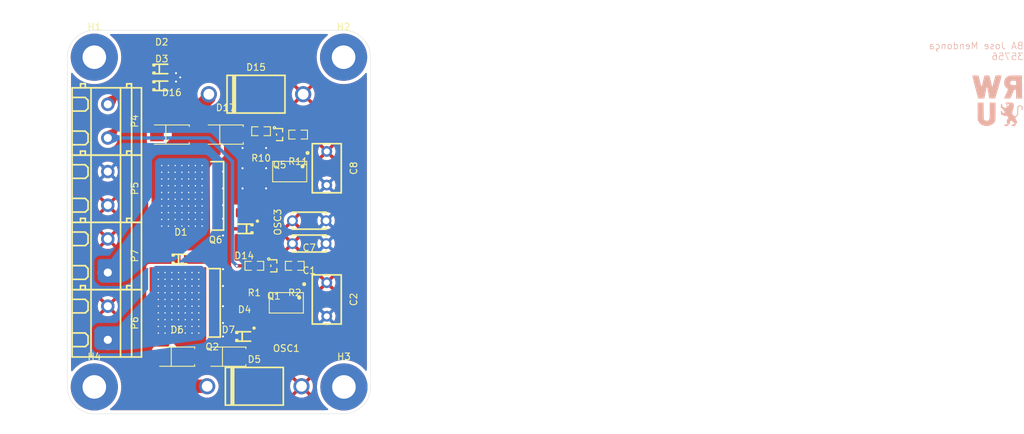
<source format=kicad_pcb>
(kicad_pcb (version 20241229) (generator "pcbnew") (generator_version "9.0")
  (layers (0 "F.Cu" signal) (2 "B.Cu" signal) (13 "F.Paste" user) (15 "B.Paste" user) (5 "F.SilkS" user "F.Silkscreen") (7 "B.SilkS" user "B.Silkscreen") (1 "F.Mask" user) (3 "B.Mask" user) (25 "Edge.Cuts" user))
  (net 0 "")
  (net 1 "VCC")
  (net 2 "GND")
  (net 3 "/Inj1-")
  (net 4 "/Inj2-")
  (net 5 "/Drv2")
  (net 6 "/Drv1")
  (net 7 "/driver1/mosfet_power")
  (net 8 "Net-(D5-K)")
  (net 9 "/driver2/mosfet_power")
  (net 10 "Net-(D15-K)")
  (net 11 "Net-(OSC1-IN)")
  (net 14 "Net-(OSC3-IN)")
  (net 15 "Net-(Q1-B)")
  (net 16 "Net-(Q5-B)")
  (footprint "EasyEDA:DO-27_BD5.2-L8.9-P12.90-D1.5-RD" (layer "F.Cu") (at 115.25 76.4)
    (property "Reference" "D5" (at 0 -4 0) (layer "F.SilkS"))
    (property "Value" "1N5338BRLG")
    (pad "1" thru_hole circle (at -7 0 180) (size 2.4 2.4) (drill 1.599997) (layers "*.Cu" "*.Mask") (net 8 "Net-(D5-K)"))
    (pad "2" thru_hole circle (at 7 0 180) (size 2.4 2.4) (drill 1.599997) (layers "*.Cu" "*.Mask") (net 1 "VCC"))
  )
  (footprint "EasyEDA:USC_L1.7-W1.3-LS2.5-R-RD" (layer "F.Cu") (at 104.35 57.5)
    (property "Reference" "D1" (at 0 -4 0) (layer "F.SilkS"))
    (property "Value" "DF2S6P2FU,H3F")
    (pad "1" smd rect (at 1.15 0 180) (size 0.7 0.5) (layers "F.Cu" "F.Mask" "F.Paste") (net 2 "GND"))
    (pad "2" smd rect (at -1.15 0 180) (size 0.7 0.5) (layers "F.Cu" "F.Mask" "F.Paste") (net 1 "VCC"))
  )
  (footprint "EasyEDA:CAP-TH_L7.3-W4.5-P5.00-D0.5" (layer "F.Cu") (at 126 63.5 -90)
    (property "Reference" "C2" (at 0 -4 90) (layer "F.SilkS"))
    (property "Value" "B32529C0105J289")
    (pad "1" thru_hole circle (at -2.5 0 270) (size 1.6 1.6) (drill 0.900024) (layers "*.Cu" "*.Mask") (net 1 "VCC"))
    (pad "2" thru_hole circle (at 2.5 0 270) (size 1.6 1.6) (drill 0.900024) (layers "*.Cu" "*.Mask") (net 2 "GND"))
  )
  (footprint "EasyEDA:SOIC-8_L4.9-W3.9-P1.27-LS6.0-BL" (layer "F.Cu") (at 120.5 44.5 180)
    (property "Reference" "OSC3" (at 1.77 -7.5 270) (layer "F.SilkS"))
    (property "Value" "MCP1406-E/P")
    (pad "1" smd oval (at -1.91 2.77 180) (size 0.59 2.05) (layers "F.Cu" "F.Mask" "F.Paste") (net 1 "VCC"))
    (pad "2" smd oval (at -0.63 2.77 180) (size 0.59 2.05) (layers "F.Cu" "F.Mask" "F.Paste") (net 14 "Net-(OSC3-IN)"))
    (pad "3" smd oval (at 0.63 2.77 180) (size 0.59 2.05) (layers "F.Cu" "F.Mask" "F.Paste"))
    (pad "4" smd oval (at 1.9 2.77 180) (size 0.59 2.05) (layers "F.Cu" "F.Mask" "F.Paste") (net 2 "GND"))
    (pad "5" smd oval (at 1.9 -2.77 180) (size 0.59 2.05) (layers "F.Cu" "F.Mask" "F.Paste") (net 2 "GND"))
    (pad "6" smd oval (at 0.63 -2.77 180) (size 0.59 2.05) (layers "F.Cu" "F.Mask" "F.Paste") (net 9 "/driver2/mosfet_power"))
    (pad "7" smd oval (at -0.63 -2.77 180) (size 0.59 2.05) (layers "F.Cu" "F.Mask" "F.Paste") (net 9 "/driver2/mosfet_power"))
    (pad "8" smd oval (at -1.91 -2.77 180) (size 0.59 2.05) (layers "F.Cu" "F.Mask" "F.Paste") (net 1 "VCC"))
  )
  (footprint "MountingHole:MountingHole_3.5mm_Pad" (layer "F.Cu") (at 91.5 27.5)
    (property "Reference" "H1" (at 0 -4.5 0) (layer "F.SilkS"))
    (property "Value" "MountingHole")
    (pad "1" thru_hole circle (at 0 0) (size 7 7) (drill 3.5) (layers "*.Cu" "*.Mask"))
  )
  (footprint "LOGO" (layer "F.Cu") (at 225.5 33.5)
    (property "Reference" "G***" (hide yes))
    (property "Value" "LOGO" (hide yes))
  )
  (footprint "EasyEDA:CONN-TH_2P-P5.00_WJ128V-5.0-2P" (layer "F.Cu") (at 93.5 37 -90)
    (property "Reference" "P4" (at 0 -4 90) (layer "F.SilkS"))
    (property "Value" "WJ128V-5.0-2P")
    (pad "1" thru_hole circle (at -2.5 0 270) (size 2 2) (drill 1.199896) (layers "*.Cu" "*.Mask") (net 5 "/Drv2"))
    (pad "2" thru_hole circle (at 2.5 0 270) (size 2 2) (drill 1.199896) (layers "*.Cu" "*.Mask") (net 6 "/Drv1") (thermal_gap 0))
  )
  (footprint "EasyEDA:CAP-TH_L5.0-W2.5-P5.00-D1.0" (layer "F.Cu") (at 123.4 55.2 180)
    (property "Reference" "C1" (at 0 -4 0) (layer "F.SilkS"))
    (property "Value" "CC1H104MC1FD3F6C10MF")
    (pad "1" thru_hole circle (at -2.5 0 180) (size 1.6 1.6) (drill 0.999998) (layers "*.Cu" "*.Mask") (net 2 "GND"))
    (pad "2" thru_hole circle (at 2.5 0 180) (size 1.6 1.6) (drill 0.999998) (layers "*.Cu" "*.Mask") (net 1 "VCC"))
  )
  (footprint "EasyEDA:USC_L1.7-W1.3-LS2.5-R-RD" (layer "F.Cu") (at 113.8 69)
    (property "Reference" "D4" (at 0 -4 0) (layer "F.SilkS"))
    (property "Value" "DF2S6P2FU,H3F")
    (pad "1" smd rect (at 1.15 0 180) (size 0.7 0.5) (layers "F.Cu" "F.Mask" "F.Paste") (net 2 "GND"))
    (pad "2" smd rect (at -1.15 0 180) (size 0.7 0.5) (layers "F.Cu" "F.Mask" "F.Paste") (net 7 "/driver1/mosfet_power"))
  )
  (footprint "EasyEDA:TO-263-2_L10.0-W9.1-P5.08-LS15.2-TL" (layer "F.Cu") (at 109 64 180)
    (property "Reference" "Q2" (at 0 -6.54 0) (layer "F.SilkS"))
    (property "Value" "IRFZ44NSTRLPBF")
    (pad "1" smd rect (at -5.09 -2.54 180) (size 4 1.3) (layers "F.Cu" "F.Mask" "F.Paste") (net 7 "/driver1/mosfet_power"))
    (pad "3" smd rect (at -5.09 2.54 180) (size 4 1.3) (layers "F.Cu" "F.Mask" "F.Paste") (net 2 "GND"))
    (pad "4" thru_hole circle (at 2 -4.5 180) (size 0.5 0.5) (drill 0.2) (layers "*.Cu" "*.Mask") (net 3 "/Inj1-"))
    (pad "4" thru_hole circle (at 2 -3.5 180) (size 0.5 0.5) (drill 0.2) (layers "*.Cu" "*.Mask") (net 3 "/Inj1-"))
    (pad "4" thru_hole circle (at 2 -2.5 180) (size 0.5 0.5) (drill 0.2) (layers "*.Cu" "*.Mask") (net 3 "/Inj1-"))
    (pad "4" thru_hole circle (at 2 -1.5 180) (size 0.5 0.5) (drill 0.2) (layers "*.Cu" "*.Mask") (net 3 "/Inj1-"))
    (pad "4" thru_hole circle (at 2 -0.5 180) (size 0.5 0.5) (drill 0.2) (layers "*.Cu" "*.Mask") (net 3 "/Inj1-"))
    (pad "4" thru_hole circle (at 2 0.5 180) (size 0.5 0.5) (drill 0.2) (layers "*.Cu" "*.Mask") (net 3 "/Inj1-"))
    (pad "4" thru_hole circle (at 2 1.5 180) (size 0.5 0.5) (drill 0.2) (layers "*.Cu" "*.Mask") (net 3 "/Inj1-"))
    (pad "4" thru_hole circle (at 2 2.5 180) (size 0.5 0.5) (drill 0.2) (layers "*.Cu" "*.Mask") (net 3 "/Inj1-"))
    (pad "4" thru_hole circle (at 2 3.5 180) (size 0.5 0.5) (drill 0.2) (layers "*.Cu" "*.Mask") (net 3 "/Inj1-"))
    (pad "4" thru_hole circle (at 2 4.5 180) (size 0.5 0.5) (drill 0.2) (layers "*.Cu" "*.Mask") (net 3 "/Inj1-"))
    (pad "4" thru_hole circle (at 3 -4.5 180) (size 0.5 0.5) (drill 0.2) (layers "*.Cu" "*.Mask") (net 3 "/Inj1-"))
    (pad "4" thru_hole circle (at 3 -3.5 180) (size 0.5 0.5) (drill 0.2) (layers "*.Cu" "*.Mask") (net 3 "/Inj1-"))
    (pad "4" thru_hole circle (at 3 -2.5 180) (size 0.5 0.5) (drill 0.2) (layers "*.Cu" "*.Mask") (net 3 "/Inj1-"))
    (pad "4" thru_hole circle (at 3 -1.5 180) (size 0.5 0.5) (drill 0.2) (layers "*.Cu" "*.Mask") (net 3 "/Inj1-"))
    (pad "4" thru_hole circle (at 3 -0.5 180) (size 0.5 0.5) (drill 0.2) (layers "*.Cu" "*.Mask") (net 3 "/Inj1-"))
    (pad "4" thru_hole circle (at 3 0.5 180) (size 0.5 0.5) (drill 0.2) (layers "*.Cu" "*.Mask") (net 3 "/Inj1-"))
    (pad "4" thru_hole circle (at 3 1.5 180) (size 0.5 0.5) (drill 0.2) (layers "*.Cu" "*.Mask") (net 3 "/Inj1-"))
    (pad "4" thru_hole circle (at 3 2.5 180) (size 0.5 0.5) (drill 0.2) (layers "*.Cu" "*.Mask") (net 3 "/Inj1-"))
    (pad "4" thru_hole circle (at 3 3.5 180) (size 0.5 0.5) (drill 0.2) (layers "*.Cu" "*.Mask") (net 3 "/Inj1-"))
    (pad "4" thru_hole circle (at 3 4.5 180) (size 0.5 0.5) (drill 0.2) (layers "*.Cu" "*.Mask") (net 3 "/Inj1-"))
    (pad "4" thru_hole circle (at 4 -4.5 180) (size 0.5 0.5) (drill 0.2) (layers "*.Cu" "*.Mask") (net 3 "/Inj1-"))
    (pad "4" thru_hole circle (at 4 -3.5 180) (size 0.5 0.5) (drill 0.2) (layers "*.Cu" "*.Mask") (net 3 "/Inj1-"))
    (pad "4" thru_hole circle (at 4 -2.5 180) (size 0.5 0.5) (drill 0.2) (layers "*.Cu" "*.Mask") (net 3 "/Inj1-"))
    (pad "4" thru_hole circle (at 4 -1.5 180) (size 0.5 0.5) (drill 0.2) (layers "*.Cu" "*.Mask") (net 3 "/Inj1-"))
    (pad "4" thru_hole circle (at 4 -0.5 180) (size 0.5 0.5) (drill 0.2) (layers "*.Cu" "*.Mask") (net 3 "/Inj1-"))
    (pad "4" thru_hole circle (at 4 0.5 180) (size 0.5 0.5) (drill 0.2) (layers "*.Cu" "*.Mask") (net 3 "/Inj1-"))
    (pad "4" thru_hole circle (at 4 1.5 180) (size 0.5 0.5) (drill 0.2) (layers "*.Cu" "*.Mask") (net 3 "/Inj1-"))
    (pad "4" thru_hole circle (at 4 2.5 180) (size 0.5 0.5) (drill 0.2) (layers "*.Cu" "*.Mask") (net 3 "/Inj1-"))
    (pad "4" thru_hole circle (at 4 3.5 180) (size 0.5 0.5) (drill 0.2) (layers "*.Cu" "*.Mask") (net 3 "/Inj1-"))
    (pad "4" thru_hole circle (at 4 4.5 180) (size 0.5 0.5) (drill 0.2) (layers "*.Cu" "*.Mask") (net 3 "/Inj1-"))
    (pad "4" thru_hole circle (at 5 -4.5 180) (size 0.5 0.5) (drill 0.2) (layers "*.Cu" "*.Mask") (net 3 "/Inj1-"))
    (pad "4" thru_hole circle (at 5 -3.5 180) (size 0.5 0.5) (drill 0.2) (layers "*.Cu" "*.Mask") (net 3 "/Inj1-"))
    (pad "4" thru_hole circle (at 5 -2.5 180) (size 0.5 0.5) (drill 0.2) (layers "*.Cu" "*.Mask") (net 3 "/Inj1-"))
    (pad "4" thru_hole circle (at 5 -1.5 180) (size 0.5 0.5) (drill 0.2) (layers "*.Cu" "*.Mask") (net 3 "/Inj1-"))
    (pad "4" thru_hole circle (at 5 -0.5 180) (size 0.5 0.5) (drill 0.2) (layers "*.Cu" "*.Mask") (net 3 "/Inj1-"))
    (pad "4" thru_hole circle (at 5 0.5 180) (size 0.5 0.5) (drill 0.2) (layers "*.Cu" "*.Mask") (net 3 "/Inj1-"))
    (pad "4" thru_hole circle (at 5 1.5 180) (size 0.5 0.5) (drill 0.2) (layers "*.Cu" "*.Mask") (net 3 "/Inj1-"))
    (pad "4" thru_hole circle (at 5 2.5 180) (size 0.5 0.5) (drill 0.2) (layers "*.Cu" "*.Mask") (net 3 "/Inj1-"))
    (pad "4" thru_hole circle (at 5 3.5 180) (size 0.5 0.5) (drill 0.2) (layers "*.Cu" "*.Mask") (net 3 "/Inj1-"))
    (pad "4" thru_hole circle (at 5 4.5 180) (size 0.5 0.5) (drill 0.2) (layers "*.Cu" "*.Mask") (net 3 "/Inj1-"))
    (pad "4" smd rect (at 5.09 0 180) (size 8.4 10.57) (layers "F.Cu" "F.Mask" "F.Paste") (net 3 "/Inj1-"))
    (pad "4" thru_hole circle (at 6 -4.5 180) (size 0.5 0.5) (drill 0.2) (layers "*.Cu" "*.Mask") (net 3 "/Inj1-"))
    (pad "4" thru_hole circle (at 6 -3.5 180) (size 0.5 0.5) (drill 0.2) (layers "*.Cu" "*.Mask") (net 3 "/Inj1-"))
    (pad "4" thru_hole circle (at 6 -2.5 180) (size 0.5 0.5) (drill 0.2) (layers "*.Cu" "*.Mask") (net 3 "/Inj1-"))
    (pad "4" thru_hole circle (at 6 -1.5 180) (size 0.5 0.5) (drill 0.2) (layers "*.Cu" "*.Mask") (net 3 "/Inj1-"))
    (pad "4" thru_hole circle (at 6 -0.5 180) (size 0.5 0.5) (drill 0.2) (layers "*.Cu" "*.Mask") (net 3 "/Inj1-"))
    (pad "4" thru_hole circle (at 6 0.5 180) (size 0.5 0.5) (drill 0.2) (layers "*.Cu" "*.Mask") (net 3 "/Inj1-"))
    (pad "4" thru_hole circle (at 6 1.5 180) (size 0.5 0.5) (drill 0.2) (layers "*.Cu" "*.Mask") (net 3 "/Inj1-"))
    (pad "4" thru_hole circle (at 6 2.5 180) (size 0.5 0.5) (drill 0.2) (layers "*.Cu" "*.Mask") (net 3 "/Inj1-"))
    (pad "4" thru_hole circle (at 6 3.5 180) (size 0.5 0.5) (drill 0.2) (layers "*.Cu" "*.Mask") (net 3 "/Inj1-"))
    (pad "4" thru_hole circle (at 6 4.5 180) (size 0.5 0.5) (drill 0.2) (layers "*.Cu" "*.Mask") (net 3 "/Inj1-"))
    (pad "4" thru_hole circle (at 7 -4.5 180) (size 0.5 0.5) (drill 0.2) (layers "*.Cu" "*.Mask") (net 3 "/Inj1-"))
    (pad "4" thru_hole circle (at 7 -3.5 180) (size 0.5 0.5) (drill 0.2) (layers "*.Cu" "*.Mask") (net 3 "/Inj1-"))
    (pad "4" thru_hole circle (at 7 -2.5 180) (size 0.5 0.5) (drill 0.2) (layers "*.Cu" "*.Mask") (net 3 "/Inj1-"))
    (pad "4" thru_hole circle (at 7 -1.5 180) (size 0.5 0.5) (drill 0.2) (layers "*.Cu" "*.Mask") (net 3 "/Inj1-"))
    (pad "4" thru_hole circle (at 7 -0.5 180) (size 0.5 0.5) (drill 0.2) (layers "*.Cu" "*.Mask") (net 3 "/Inj1-"))
    (pad "4" thru_hole circle (at 7 0.5 180) (size 0.5 0.5) (drill 0.2) (layers "*.Cu" "*.Mask") (net 3 "/Inj1-"))
    (pad "4" thru_hole circle (at 7 1.5 180) (size 0.5 0.5) (drill 0.2) (layers "*.Cu" "*.Mask") (net 3 "/Inj1-"))
    (pad "4" thru_hole circle (at 7 2.5 180) (size 0.5 0.5) (drill 0.2) (layers "*.Cu" "*.Mask") (net 3 "/Inj1-"))
    (pad "4" thru_hole circle (at 7 3.5 180) (size 0.5 0.5) (drill 0.2) (layers "*.Cu" "*.Mask") (net 3 "/Inj1-"))
    (pad "4" thru_hole circle (at 7 4.5 180) (size 0.5 0.5) (drill 0.2) (layers "*.Cu" "*.Mask") (net 3 "/Inj1-"))
    (pad "4" thru_hole circle (at 8 -4.5 180) (size 0.5 0.5) (drill 0.2) (layers "*.Cu" "*.Mask") (net 3 "/Inj1-"))
    (pad "4" thru_hole circle (at 8 -3.5 180) (size 0.5 0.5) (drill 0.2) (layers "*.Cu" "*.Mask") (net 3 "/Inj1-"))
    (pad "4" thru_hole circle (at 8 -2.5 180) (size 0.5 0.5) (drill 0.2) (layers "*.Cu" "*.Mask") (net 3 "/Inj1-"))
    (pad "4" thru_hole circle (at 8 -1.5 180) (size 0.5 0.5) (drill 0.2) (layers "*.Cu" "*.Mask") (net 3 "/Inj1-"))
    (pad "4" thru_hole circle (at 8 -0.5 180) (size 0.5 0.5) (drill 0.2) (layers "*.Cu" "*.Mask") (net 3 "/Inj1-"))
    (pad "4" thru_hole circle (at 8 0.5 180) (size 0.5 0.5) (drill 0.2) (layers "*.Cu" "*.Mask") (net 3 "/Inj1-"))
    (pad "4" thru_hole circle (at 8 1.5 180) (size 0.5 0.5) (drill 0.2) (layers "*.Cu" "*.Mask") (net 3 "/Inj1-"))
    (pad "4" thru_hole circle (at 8 2.5 180) (size 0.5 0.5) (drill 0.2) (layers "*.Cu" "*.Mask") (net 3 "/Inj1-"))
    (pad "4" thru_hole circle (at 8 3.5 180) (size 0.5 0.5) (drill 0.2) (layers "*.Cu" "*.Mask") (net 3 "/Inj1-"))
    (pad "4" thru_hole circle (at 8 4.5 180) (size 0.5 0.5) (drill 0.2) (layers "*.Cu" "*.Mask") (net 3 "/Inj1-"))
  )
  (footprint "EasyEDA:R0603" (layer "F.Cu") (at 116.25 38.5 180)
    (property "Reference" "R10" (at 0 -4 0) (layer "F.SilkS"))
    (property "Value" "r=10k")
    (pad "1" smd rect (at -0.75 0 180) (size 0.81 0.86) (layers "F.Cu" "F.Mask" "F.Paste") (net 16 "Net-(Q5-B)"))
    (pad "2" smd rect (at 0.75 0 180) (size 0.81 0.86) (layers "F.Cu" "F.Mask" "F.Paste") (net 5 "/Drv2"))
  )
  (footprint "EasyEDA:USC_L1.7-W1.3-LS2.5-R-RD" (layer "F.Cu") (at 101.5 31.75)
    (property "Reference" "D3" (at 0 -4 0) (layer "F.SilkS"))
    (property "Value" "DF2S6P2FU,H3F")
    (pad "1" smd rect (at 1.15 0 180) (size 0.7 0.5) (layers "F.Cu" "F.Mask" "F.Paste") (net 2 "GND"))
    (pad "2" smd rect (at -1.15 0 180) (size 0.7 0.5) (layers "F.Cu" "F.Mask" "F.Paste") (net 6 "/Drv1"))
  )
  (footprint "EasyEDA:SMA_L4.3-W2.6-LS5.2-RD" (layer "F.Cu") (at 103.8 72)
    (property "Reference" "D6" (at 0 -4 0) (layer "F.SilkS"))
    (property "Value" "MRA4007T3G")
    (pad "1" smd rect (at -2.2 0 180) (size 2 2) (layers "F.Cu" "F.Mask" "F.Paste") (net 8 "Net-(D5-K)"))
    (pad "2" smd rect (at 2.2 0 180) (size 2 2) (layers "F.Cu" "F.Mask" "F.Paste") (net 3 "/Inj1-"))
  )
  (footprint "MountingHole:MountingHole_3.5mm_Pad" (layer "F.Cu") (at 91.5 76.5)
    (property "Reference" "H4" (at 0 -4.5 0) (layer "F.SilkS"))
    (property "Value" "MountingHole")
    (pad "1" thru_hole circle (at 0 0) (size 7 7) (drill 3.5) (layers "*.Cu" "*.Mask"))
  )
  (footprint "EasyEDA:SMA_L4.3-W2.6-LS5.2-RD" (layer "F.Cu") (at 103 39)
    (property "Reference" "D16" (at 0 -6.25 0) (layer "F.SilkS"))
    (property "Value" "MRA4007T3G")
    (pad "1" smd rect (at -2.2 0 180) (size 2 2) (layers "F.Cu" "F.Mask" "F.Paste") (net 10 "Net-(D15-K)"))
    (pad "2" smd rect (at 2.2 0 180) (size 2 2) (layers "F.Cu" "F.Mask" "F.Paste") (net 4 "/Inj2-"))
  )
  (footprint "EasyEDA:CAP-TH_L7.3-W4.5-P5.00-D0.5" (layer "F.Cu") (at 126 44 -90)
    (property "Reference" "C8" (at 0 -4 90) (layer "F.SilkS"))
    (property "Value" "B32529C0105J289")
    (pad "1" thru_hole circle (at -2.5 0 270) (size 1.6 1.6) (drill 0.900024) (layers "*.Cu" "*.Mask") (net 1 "VCC"))
    (pad "2" thru_hole circle (at 2.5 0 270) (size 1.6 1.6) (drill 0.900024) (layers "*.Cu" "*.Mask") (net 2 "GND"))
  )
  (footprint "EasyEDA:SMA_L4.3-W2.6-LS5.2-RD" (layer "F.Cu") (at 111 39)
    (property "Reference" "D17" (at 0 -4 0) (layer "F.SilkS"))
    (property "Value" "MRA4007T3G")
    (pad "1" smd rect (at -2.2 0 180) (size 2 2) (layers "F.Cu" "F.Mask" "F.Paste") (net 4 "/Inj2-"))
    (pad "2" smd rect (at 2.2 0 180) (size 2 2) (layers "F.Cu" "F.Mask" "F.Paste") (net 2 "GND"))
  )
  (footprint "EasyEDA:CONN-TH_2P-P5.00_WJ128V-5.0-2P" (layer "F.Cu") (at 93.5 47 -90)
    (property "Reference" "P5" (at 0 -4 90) (layer "F.SilkS"))
    (property "Value" "WJ128V-5.0-2P")
    (pad "1" thru_hole circle (at -2.5 0 270) (size 2 2) (drill 1.199896) (layers "*.Cu" "*.Mask") (net 2 "GND"))
    (pad "2" thru_hole circle (at 2.5 0 270) (size 2 2) (drill 1.199896) (layers "*.Cu" "*.Mask") (net 1 "VCC"))
  )
  (footprint "EasyEDA:CONN-TH_2P-P5.00_WJ128V-5.0-2P" (layer "F.Cu") (at 93.5 57 -90)
    (property "Reference" "P7" (at 0 -4 90) (layer "F.SilkS"))
    (property "Value" "WJ128V-5.0-2P")
    (pad "1" thru_hole circle (at -2.5 0 270) (size 2 2) (drill 1.199896) (layers "*.Cu" "*.Mask") (net 1 "VCC"))
    (pad "2" thru_hole circle (at 2.5 0 270) (size 2 2) (drill 1.199896) (layers "*.Cu" "*.Mask") (net 4 "/Inj2-"))
  )
  (footprint "EasyEDA:CAP-TH_L5.0-W2.5-P5.00-D1.0" (layer "F.Cu") (at 123.4 51.8 180)
    (property "Reference" "C7" (at 0 -4 0) (layer "F.SilkS"))
    (property "Value" "CC1H104MC1FD3F6C10MF")
    (pad "1" thru_hole circle (at -2.5 0 180) (size 1.6 1.6) (drill 0.999998) (layers "*.Cu" "*.Mask") (net 2 "GND"))
    (pad "2" thru_hole circle (at 2.5 0 180) (size 1.6 1.6) (drill 0.999998) (layers "*.Cu" "*.Mask") (net 1 "VCC"))
  )
  (footprint "EasyEDA:SOT-523-3_L1.6-W0.8-P1.00-LS1.6-BR" (layer "F.Cu") (at 119 39 180)
    (property "Reference" "Q5" (at 0 -4.5 0) (layer "F.SilkS"))
    (property "Value" "BC847BT-7-F")
    (pad "1" smd rect (at 0.65 0.5 270) (size 0.4 0.51) (layers "F.Cu" "F.Mask" "F.Paste") (net 16 "Net-(Q5-B)"))
    (pad "2" smd rect (at 0.65 -0.5 270) (size 0.4 0.51) (layers "F.Cu" "F.Mask" "F.Paste") (net 2 "GND"))
    (pad "3" smd rect (at -0.65 0 270) (size 0.4 0.51) (layers "F.Cu" "F.Mask" "F.Paste") (net 14 "Net-(OSC3-IN)"))
  )
  (footprint "EasyEDA:SOT-523-3_L1.6-W0.8-P1.00-LS1.6-BR" (layer "F.Cu") (at 118.15 58.5 180)
    (property "Reference" "Q1" (at 0 -4.5 0) (layer "F.SilkS"))
    (property "Value" "BC847BT-7-F")
    (pad "1" smd rect (at 0.65 0.5 270) (size 0.4 0.51) (layers "F.Cu" "F.Mask" "F.Paste") (net 15 "Net-(Q1-B)"))
    (pad "2" smd rect (at 0.65 -0.5 270) (size 0.4 0.51) (layers "F.Cu" "F.Mask" "F.Paste") (net 2 "GND"))
    (pad "3" smd rect (at -0.65 0 270) (size 0.4 0.51) (layers "F.Cu" "F.Mask" "F.Paste") (net 11 "Net-(OSC1-IN)"))
  )
  (footprint "EasyEDA:DO-27_BD5.2-L8.9-P12.90-D1.5-RD" (layer "F.Cu") (at 115.5 33)
    (property "Reference" "D15" (at 0 -4 0) (layer "F.SilkS"))
    (property "Value" "1N5338BRLG")
    (pad "1" thru_hole circle (at -7 0 180) (size 2.4 2.4) (drill 1.599997) (layers "*.Cu" "*.Mask") (net 10 "Net-(D15-K)"))
    (pad "2" thru_hole circle (at 7 0 180) (size 2.4 2.4) (drill 1.599997) (layers "*.Cu" "*.Mask") (net 1 "VCC"))
  )
  (footprint "EasyEDA:SMA_L4.3-W2.6-LS5.2-RD" (layer "F.Cu") (at 111.4 72)
    (property "Reference" "D7" (at 0 -4 0) (layer "F.SilkS"))
    (property "Value" "MRA4007T3G")
    (pad "1" smd rect (at -2.2 0 180) (size 2 2) (layers "F.Cu" "F.Mask" "F.Paste") (net 3 "/Inj1-"))
    (pad "2" smd rect (at 2.2 0 180) (size 2 2) (layers "F.Cu" "F.Mask" "F.Paste") (net 2 "GND"))
  )
  (footprint "EasyEDA:USC_L1.7-W1.3-LS2.5-R-RD" (layer "F.Cu") (at 113.75 53 180)
    (property "Reference" "D14" (at 0 -4 0) (layer "F.SilkS"))
    (property "Value" "DF2S6P2FU,H3F")
    (pad "1" smd rect (at 1.15 0) (size 0.7 0.5) (layers "F.Cu" "F.Mask" "F.Paste") (net 2 "GND"))
    (pad "2" smd rect (at -1.15 0) (size 0.7 0.5) (layers "F.Cu" "F.Mask" "F.Paste") (net 9 "/driver2/mosfet_power"))
  )
  (footprint "EasyEDA:R0603" (layer "F.Cu") (at 121.25 58.5 180)
    (property "Reference" "R2" (at 0 -4 0) (layer "F.SilkS"))
    (property "Value" "r=10k")
    (pad "1" smd rect (at -0.75 0 180) (size 0.81 0.86) (layers "F.Cu" "F.Mask" "F.Paste") (net 1 "VCC"))
    (pad "2" smd rect (at 0.75 0 180) (size 0.81 0.86) (layers "F.Cu" "F.Mask" "F.Paste") (net 11 "Net-(OSC1-IN)"))
  )
  (footprint "EasyEDA:R0603" (layer "F.Cu") (at 121.75 39 180)
    (property "Reference" "R11" (at 0 -4 0) (layer "F.SilkS"))
    (property "Value" "r=10k")
    (pad "1" smd rect (at -0.75 0 180) (size 0.81 0.86) (layers "F.Cu" "F.Mask" "F.Paste") (net 1 "VCC"))
    (pad "2" smd rect (at 0.75 0 180) (size 0.81 0.86) (layers "F.Cu" "F.Mask" "F.Paste") (net 14 "Net-(OSC3-IN)"))
  )
  (footprint "MountingHole:MountingHole_3.5mm_Pad" (layer "F.Cu") (at 128.549206 76.5)
    (property "Reference" "H3" (at 0 -4.5 0) (layer "F.SilkS"))
    (property "Value" "MountingHole")
    (pad "1" thru_hole circle (at 0 0) (size 7 7) (drill 3.5) (layers "*.Cu" "*.Mask"))
  )
  (footprint "EasyEDA:TO-263-2_L10.0-W9.1-P5.08-LS15.2-TL" (layer "F.Cu") (at 109.5 48.1 180)
    (property "Reference" "Q6" (at 0 -6.54 0) (layer "F.SilkS"))
    (property "Value" "IRFZ44NSTRLPBF")
    (pad "1" smd rect (at -5.09 -2.54 180) (size 4 1.3) (layers "F.Cu" "F.Mask" "F.Paste") (net 9 "/driver2/mosfet_power"))
    (pad "3" smd rect (at -5.09 2.54 180) (size 4 1.3) (layers "F.Cu" "F.Mask" "F.Paste") (net 2 "GND"))
    (pad "4" thru_hole circle (at 2 -4.5 180) (size 0.5 0.5) (drill 0.2) (layers "*.Cu" "*.Mask") (net 4 "/Inj2-"))
    (pad "4" thru_hole circle (at 2 -3.5 180) (size 0.5 0.5) (drill 0.2) (layers "*.Cu" "*.Mask") (net 4 "/Inj2-"))
    (pad "4" thru_hole circle (at 2 -2.5 180) (size 0.5 0.5) (drill 0.2) (layers "*.Cu" "*.Mask") (net 4 "/Inj2-"))
    (pad "4" thru_hole circle (at 2 -1.5 180) (size 0.5 0.5) (drill 0.2) (layers "*.Cu" "*.Mask") (net 4 "/Inj2-"))
    (pad "4" thru_hole circle (at 2 -0.5 180) (size 0.5 0.5) (drill 0.2) (layers "*.Cu" "*.Mask") (net 4 "/Inj2-"))
    (pad "4" thru_hole circle (at 2 0.5 180) (size 0.5 0.5) (drill 0.2) (layers "*.Cu" "*.Mask") (net 4 "/Inj2-"))
    (pad "4" thru_hole circle (at 2 1.5 180) (size 0.5 0.5) (drill 0.2) (layers "*.Cu" "*.Mask") (net 4 "/Inj2-"))
    (pad "4" thru_hole circle (at 2 2.5 180) (size 0.5 0.5) (drill 0.2) (layers "*.Cu" "*.Mask") (net 4 "/Inj2-"))
    (pad "4" thru_hole circle (at 2 3.5 180) (size 0.5 0.5) (drill 0.2) (layers "*.Cu" "*.Mask") (net 4 "/Inj2-"))
    (pad "4" thru_hole circle (at 2 4.5 180) (size 0.5 0.5) (drill 0.2) (layers "*.Cu" "*.Mask") (net 4 "/Inj2-"))
    (pad "4" thru_hole circle (at 3 -4.5 180) (size 0.5 0.5) (drill 0.2) (layers "*.Cu" "*.Mask") (net 4 "/Inj2-"))
    (pad "4" thru_hole circle (at 3 -3.5 180) (size 0.5 0.5) (drill 0.2) (layers "*.Cu" "*.Mask") (net 4 "/Inj2-"))
    (pad "4" thru_hole circle (at 3 -2.5 180) (size 0.5 0.5) (drill 0.2) (layers "*.Cu" "*.Mask") (net 4 "/Inj2-"))
    (pad "4" thru_hole circle (at 3 -1.5 180) (size 0.5 0.5) (drill 0.2) (layers "*.Cu" "*.Mask") (net 4 "/Inj2-"))
    (pad "4" thru_hole circle (at 3 -0.5 180) (size 0.5 0.5) (drill 0.2) (layers "*.Cu" "*.Mask") (net 4 "/Inj2-"))
    (pad "4" thru_hole circle (at 3 0.5 180) (size 0.5 0.5) (drill 0.2) (layers "*.Cu" "*.Mask") (net 4 "/Inj2-"))
    (pad "4" thru_hole circle (at 3 1.5 180) (size 0.5 0.5) (drill 0.2) (layers "*.Cu" "*.Mask") (net 4 "/Inj2-"))
    (pad "4" thru_hole circle (at 3 2.5 180) (size 0.5 0.5) (drill 0.2) (layers "*.Cu" "*.Mask") (net 4 "/Inj2-"))
    (pad "4" thru_hole circle (at 3 3.5 180) (size 0.5 0.5) (drill 0.2) (layers "*.Cu" "*.Mask") (net 4 "/Inj2-"))
    (pad "4" thru_hole circle (at 3 4.5 180) (size 0.5 0.5) (drill 0.2) (layers "*.Cu" "*.Mask") (net 4 "/Inj2-"))
    (pad "4" thru_hole circle (at 4 -4.5 180) (size 0.5 0.5) (drill 0.2) (layers "*.Cu" "*.Mask") (net 4 "/Inj2-"))
    (pad "4" thru_hole circle (at 4 -3.5 180) (size 0.5 0.5) (drill 0.2) (layers "*.Cu" "*.Mask") (net 4 "/Inj2-"))
    (pad "4" thru_hole circle (at 4 -2.5 180) (size 0.5 0.5) (drill 0.2) (layers "*.Cu" "*.Mask") (net 4 "/Inj2-"))
    (pad "4" thru_hole circle (at 4 -1.5 180) (size 0.5 0.5) (drill 0.2) (layers "*.Cu" "*.Mask") (net 4 "/Inj2-"))
    (pad "4" thru_hole circle (at 4 -0.5 180) (size 0.5 0.5) (drill 0.2) (layers "*.Cu" "*.Mask") (net 4 "/Inj2-"))
    (pad "4" thru_hole circle (at 4 0.5 180) (size 0.5 0.5) (drill 0.2) (layers "*.Cu" "*.Mask") (net 4 "/Inj2-"))
    (pad "4" thru_hole circle (at 4 1.5 180) (size 0.5 0.5) (drill 0.2) (layers "*.Cu" "*.Mask") (net 4 "/Inj2-"))
    (pad "4" thru_hole circle (at 4 2.5 180) (size 0.5 0.5) (drill 0.2) (layers "*.Cu" "*.Mask") (net 4 "/Inj2-"))
    (pad "4" thru_hole circle (at 4 3.5 180) (size 0.5 0.5) (drill 0.2) (layers "*.Cu" "*.Mask") (net 4 "/Inj2-"))
    (pad "4" thru_hole circle (at 4 4.5 180) (size 0.5 0.5) (drill 0.2) (layers "*.Cu" "*.Mask") (net 4 "/Inj2-"))
    (pad "4" thru_hole circle (at 5 -4.5 180) (size 0.5 0.5) (drill 0.2) (layers "*.Cu" "*.Mask") (net 4 "/Inj2-"))
    (pad "4" thru_hole circle (at 5 -3.5 180) (size 0.5 0.5) (drill 0.2) (layers "*.Cu" "*.Mask") (net 4 "/Inj2-"))
    (pad "4" thru_hole circle (at 5 -2.5 180) (size 0.5 0.5) (drill 0.2) (layers "*.Cu" "*.Mask") (net 4 "/Inj2-"))
    (pad "4" thru_hole circle (at 5 -1.5 180) (size 0.5 0.5) (drill 0.2) (layers "*.Cu" "*.Mask") (net 4 "/Inj2-"))
    (pad "4" thru_hole circle (at 5 -0.5 180) (size 0.5 0.5) (drill 0.2) (layers "*.Cu" "*.Mask") (net 4 "/Inj2-"))
    (pad "4" thru_hole circle (at 5 0.5 180) (size 0.5 0.5) (drill 0.2) (layers "*.Cu" "*.Mask") (net 4 "/Inj2-"))
    (pad "4" thru_hole circle (at 5 1.5 180) (size 0.5 0.5) (drill 0.2) (layers "*.Cu" "*.Mask") (net 4 "/Inj2-"))
    (pad "4" thru_hole circle (at 5 2.5 180) (size 0.5 0.5) (drill 0.2) (layers "*.Cu" "*.Mask") (net 4 "/Inj2-"))
    (pad "4" thru_hole circle (at 5 3.5 180) (size 0.5 0.5) (drill 0.2) (layers "*.Cu" "*.Mask") (net 4 "/Inj2-"))
    (pad "4" thru_hole circle (at 5 4.5 180) (size 0.5 0.5) (drill 0.2) (layers "*.Cu" "*.Mask") (net 4 "/Inj2-"))
    (pad "4" smd rect (at 5.09 0 180) (size 8.4 10.57) (layers "F.Cu" "F.Mask" "F.Paste") (net 4 "/Inj2-"))
    (pad "4" thru_hole circle (at 6 -4.5 180) (size 0.5 0.5) (drill 0.2) (layers "*.Cu" "*.Mask") (net 4 "/Inj2-"))
    (pad "4" thru_hole circle (at 6 -3.5 180) (size 0.5 0.5) (drill 0.2) (layers "*.Cu" "*.Mask") (net 4 "/Inj2-"))
    (pad "4" thru_hole circle (at 6 -2.5 180) (size 0.5 0.5) (drill 0.2) (layers "*.Cu" "*.Mask") (net 4 "/Inj2-"))
    (pad "4" thru_hole circle (at 6 -1.5 180) (size 0.5 0.5) (drill 0.2) (layers "*.Cu" "*.Mask") (net 4 "/Inj2-"))
    (pad "4" thru_hole circle (at 6 -0.5 180) (size 0.5 0.5) (drill 0.2) (layers "*.Cu" "*.Mask") (net 4 "/Inj2-"))
    (pad "4" thru_hole circle (at 6 0.5 180) (size 0.5 0.5) (drill 0.2) (layers "*.Cu" "*.Mask") (net 4 "/Inj2-"))
    (pad "4" thru_hole circle (at 6 1.5 180) (size 0.5 0.5) (drill 0.2) (layers "*.Cu" "*.Mask") (net 4 "/Inj2-"))
    (pad "4" thru_hole circle (at 6 2.5 180) (size 0.5 0.5) (drill 0.2) (layers "*.Cu" "*.Mask") (net 4 "/Inj2-"))
    (pad "4" thru_hole circle (at 6 3.5 180) (size 0.5 0.5) (drill 0.2) (layers "*.Cu" "*.Mask") (net 4 "/Inj2-"))
    (pad "4" thru_hole circle (at 6 4.5 180) (size 0.5 0.5) (drill 0.2) (layers "*.Cu" "*.Mask") (net 4 "/Inj2-"))
    (pad "4" thru_hole circle (at 7 -4.5 180) (size 0.5 0.5) (drill 0.2) (layers "*.Cu" "*.Mask") (net 4 "/Inj2-"))
    (pad "4" thru_hole circle (at 7 -3.5 180) (size 0.5 0.5) (drill 0.2) (layers "*.Cu" "*.Mask") (net 4 "/Inj2-"))
    (pad "4" thru_hole circle (at 7 -2.5 180) (size 0.5 0.5) (drill 0.2) (layers "*.Cu" "*.Mask") (net 4 "/Inj2-"))
    (pad "4" thru_hole circle (at 7 -1.5 180) (size 0.5 0.5) (drill 0.2) (layers "*.Cu" "*.Mask") (net 4 "/Inj2-"))
    (pad "4" thru_hole circle (at 7 -0.5 180) (size 0.5 0.5) (drill 0.2) (layers "*.Cu" "*.Mask") (net 4 "/Inj2-"))
    (pad "4" thru_hole circle (at 7 0.5 180) (size 0.5 0.5) (drill 0.2) (layers "*.Cu" "*.Mask") (net 4 "/Inj2-"))
    (pad "4" thru_hole circle (at 7 1.5 180) (size 0.5 0.5) (drill 0.2) (layers "*.Cu" "*.Mask") (net 4 "/Inj2-"))
    (pad "4" thru_hole circle (at 7 2.5 180) (size 0.5 0.5) (drill 0.2) (layers "*.Cu" "*.Mask") (net 4 "/Inj2-"))
    (pad "4" thru_hole circle (at 7 3.5 180) (size 0.5 0.5) (drill 0.2) (layers "*.Cu" "*.Mask") (net 4 "/Inj2-"))
    (pad "4" thru_hole circle (at 7 4.5 180) (size 0.5 0.5) (drill 0.2) (layers "*.Cu" "*.Mask") (net 4 "/Inj2-"))
    (pad "4" thru_hole circle (at 8 -4.5 180) (size 0.5 0.5) (drill 0.2) (layers "*.Cu" "*.Mask") (net 4 "/Inj2-"))
    (pad "4" thru_hole circle (at 8 -3.5 180) (size 0.5 0.5) (drill 0.2) (layers "*.Cu" "*.Mask") (net 4 "/Inj2-"))
    (pad "4" thru_hole circle (at 8 -2.5 180) (size 0.5 0.5) (drill 0.2) (layers "*.Cu" "*.Mask") (net 4 "/Inj2-"))
    (pad "4" thru_hole circle (at 8 -1.5 180) (size 0.5 0.5) (drill 0.2) (layers "*.Cu" "*.Mask") (net 4 "/Inj2-"))
    (pad "4" thru_hole circle (at 8 -0.5 180) (size 0.5 0.5) (drill 0.2) (layers "*.Cu" "*.Mask") (net 4 "/Inj2-"))
    (pad "4" thru_hole circle (at 8 0.5 180) (size 0.5 0.5) (drill 0.2) (layers "*.Cu" "*.Mask") (net 4 "/Inj2-"))
    (pad "4" thru_hole circle (at 8 1.5 180) (size 0.5 0.5) (drill 0.2) (layers "*.Cu" "*.Mask") (net 4 "/Inj2-"))
    (pad "4" thru_hole circle (at 8 2.5 180) (size 0.5 0.5) (drill 0.2) (layers "*.Cu" "*.Mask") (net 4 "/Inj2-"))
    (pad "4" thru_hole circle (at 8 3.5 180) (size 0.5 0.5) (drill 0.2) (layers "*.Cu" "*.Mask") (net 4 "/Inj2-"))
    (pad "4" thru_hole circle (at 8 4.5 180) (size 0.5 0.5) (drill 0.2) (layers "*.Cu" "*.Mask") (net 4 "/Inj2-"))
  )
  (footprint "EasyEDA:USC_L1.7-W1.3-LS2.5-R-RD" (layer "F.Cu") (at 101.5 29.25)
    (property "Reference" "D2" (at 0 -4 0) (layer "F.SilkS"))
    (property "Value" "DF2S6P2FU,H3F")
    (pad "1" smd rect (at 1.15 0 180) (size 0.7 0.5) (layers "F.Cu" "F.Mask" "F.Paste") (net 2 "GND"))
    (pad "2" smd rect (at -1.15 0 180) (size 0.7 0.5) (layers "F.Cu" "F.Mask" "F.Paste") (net 5 "/Drv2"))
  )
  (footprint "MountingHole:MountingHole_3.5mm_Pad" (layer "F.Cu") (at 128.5 27.5)
    (property "Reference" "H2" (at 0 -4.5 0) (layer "F.SilkS"))
    (property "Value" "MountingHole")
    (pad "1" thru_hole circle (at 0 0) (size 7 7) (drill 3.5) (layers "*.Cu" "*.Mask"))
  )
  (footprint "EasyEDA:SOIC-8_L4.9-W3.9-P1.27-LS6.0-BL" (layer "F.Cu") (at 120 64 180)
    (property "Reference" "OSC1" (at 0 -6.77 0) (layer "F.SilkS"))
    (property "Value" "MCP1406-E/P")
    (pad "1" smd oval (at -1.91 2.77 180) (size 0.59 2.05) (layers "F.Cu" "F.Mask" "F.Paste") (net 1 "VCC"))
    (pad "2" smd oval (at -0.63 2.77 180) (size 0.59 2.05) (layers "F.Cu" "F.Mask" "F.Paste") (net 11 "Net-(OSC1-IN)"))
    (pad "3" smd oval (at 0.63 2.77 180) (size 0.59 2.05) (layers "F.Cu" "F.Mask" "F.Paste"))
    (pad "4" smd oval (at 1.9 2.77 180) (size 0.59 2.05) (layers "F.Cu" "F.Mask" "F.Paste") (net 2 "GND"))
    (pad "5" smd oval (at 1.9 -2.77 180) (size 0.59 2.05) (layers "F.Cu" "F.Mask" "F.Paste") (net 2 "GND"))
    (pad "6" smd oval (at 0.63 -2.77 180) (size 0.59 2.05) (layers "F.Cu" "F.Mask" "F.Paste") (net 7 "/driver1/mosfet_power"))
    (pad "7" smd oval (at -0.63 -2.77 180) (size 0.59 2.05) (layers "F.Cu" "F.Mask" "F.Paste") (net 7 "/driver1/mosfet_power"))
    (pad "8" smd oval (at -1.91 -2.77 180) (size 0.59 2.05) (layers "F.Cu" "F.Mask" "F.Paste") (net 1 "VCC"))
  )
  (footprint "EasyEDA:CONN-TH_2P-P5.00_WJ128V-5.0-2P" (layer "F.Cu") (at 93.5 67 -90)
    (property "Reference" "P6" (at 0 -4 90) (layer "F.SilkS"))
    (property "Value" "WJ128V-5.0-2P")
    (pad "1" thru_hole circle (at -2.5 0 270) (size 2 2) (drill 1.199896) (layers "*.Cu" "*.Mask") (net 1 "VCC"))
    (pad "2" thru_hole circle (at 2.5 0 270) (size 2 2) (drill 1.199896) (layers "*.Cu" "*.Mask") (net 3 "/Inj1-"))
  )
  (footprint "EasyEDA:R0603" (layer "F.Cu") (at 115.25 58.5 180)
    (property "Reference" "R1" (at 0 -4 0) (layer "F.SilkS"))
    (property "Value" "r=10k")
    (pad "1" smd rect (at -0.75 0 180) (size 0.81 0.86) (layers "F.Cu" "F.Mask" "F.Paste") (net 15 "Net-(Q1-B)"))
    (pad "2" smd rect (at 0.75 0 180) (size 0.81 0.86) (layers "F.Cu" "F.Mask" "F.Paste") (net 6 "/Drv1"))
  )
  (gr_arc (start 91.5 80.5) (mid 88.671573 79.328427) (end 87.5 76.5) (stroke (width 0.05)) (layer "Edge.Cuts"))
  (gr_arc (start 128.5 23.5) (mid 131.328427 24.671573) (end 132.5 27.5) (stroke (width 0.05)) (layer "Edge.Cuts"))
  (gr_line (start 87.5 27.5) (end 87.5 76.5) (stroke (width 0.05)) (layer "Edge.Cuts"))
  (gr_arc (start 87.5 27.5) (mid 88.671573 24.671573) (end 91.5 23.5) (stroke (width 0.05)) (layer "Edge.Cuts"))
  (gr_line (start 132.5 76.5) (end 132.5 27.5) (stroke (width 0.05)) (layer "Edge.Cuts"))
  (gr_line (start 128.5 23.5) (end 91.5 23.5) (stroke (width 0.05)) (layer "Edge.Cuts"))
  (gr_arc (start 132.5 76.5) (mid 131.328427 79.328427) (end 128.5 80.5) (stroke (width 0.05)) (layer "Edge.Cuts"))
  (gr_line (start 91.5 80.5) (end 128.5 80.5) (stroke (width 0.05)) (layer "Edge.Cuts"))
  (gr_text "BA Jose Mendonça\n35756" (at 229.5 28 0) (layer "B.SilkS") (effects (font (size 1 1) (thickness 0.1)) (justify left bottom mirror)))
  (segment (start 102.65 29.25) (end 103 29.25) (width 0.5) (layer "F.Cu") (net 2))
  (segment (start 103 29.25) (end 103.625 29.875) (width 0.5) (layer "F.Cu") (net 2))
  (segment (start 118.35 39.5) (end 118.35 40.15) (width 0.5) (layer "F.Cu") (net 2))
  (segment (start 118.35 40.15) (end 118 40.5) (width 0.5) (layer "F.Cu") (net 2))
  (segment (start 103.625 31.125) (end 104.25 30.5) (width 0.5) (layer "F.Cu") (net 2))
  (segment (start 112.6 53) (end 111.4 53) (width 0.5) (layer "F.Cu") (net 2))
  (segment (start 103 31.75) (end 103.625 31.125) (width 0.5) (layer "F.Cu") (net 2))
  (segment (start 102.65 31.75) (end 103 31.75) (width 0.5) (layer "F.Cu") (net 2))
  (segment (start 103.625 29.875) (end 104.25 30.5) (width 0.5) (layer "F.Cu") (net 2))
  (via (at 110.6 59) (size 0.6) (drill 0.3) (layers "F.Cu" "B.Cu") (net 2))
  (via (at 110.6 69) (size 0.6) (drill 0.3) (layers "F.Cu" "B.Cu") (net 2))
  (via (at 110.6 47) (size 0.6) (drill 0.3) (layers "F.Cu" "B.Cu") (net 2))
  (via (at 110.6 54) (size 0.6) (drill 0.3) (layers "F.Cu" "B.Cu") (net 2))
  (via (at 117 44) (size 0.6) (drill 0.3) (layers "F.Cu" "B.Cu") (net 2))
  (via (at 113.5 41) (size 0.6) (drill 0.3) (layers "F.Cu" "B.Cu") (net 2))
  (via (at 110.6 49.5) (size 0.6) (drill 0.3) (layers "F.Cu" "B.Cu") (net 2))
  (via (at 117 47) (size 0.6) (drill 0.3) (layers "F.Cu" "B.Cu") (net 2))
  (via (at 117 41) (size 0.6) (drill 0.3) (layers "F.Cu" "B.Cu") (net 2))
  (via (at 110.6 51.5) (size 0.6) (drill 0.3) (layers "F.Cu" "B.Cu") (net 2))
  (via (at 103.625 29.875) (size 0.5) (drill 0.3) (layers "F.Cu" "B.Cu") (net 2))
  (via (at 110.6 44.5) (size 0.6) (drill 0.3) (layers "F.Cu" "B.Cu") (net 2))
  (via (at 113.5 44) (size 0.6) (drill 0.3) (layers "F.Cu" "B.Cu") (net 2))
  (via (at 110.6 67) (size 0.6) (drill 0.3) (layers "F.Cu" "B.Cu") (net 2))
  (via (at 110.6 61.5) (size 0.6) (drill 0.3) (layers "F.Cu" "B.Cu") (net 2))
  (via (at 110.6 64.5) (size 0.6) (drill 0.3) (layers "F.Cu" "B.Cu") (net 2))
  (via (at 103.625 31.125) (size 0.5) (drill 0.3) (layers "F.Cu" "B.Cu") (net 2))
  (via (at 113.5 47) (size 0.6) (drill 0.3) (layers "F.Cu" "B.Cu") (net 2))
  (via (at 104.25 30.5) (size 0.6) (drill 0.3) (layers "F.Cu" "B.Cu") (net 2))
  (segment (start 100.35 29.25) (end 100.35 28.9) (width 0.5) (layer "F.Cu") (net 5))
  (segment (start 93.5 34.5) (end 98.75 29.25) (width 0.5) (layer "F.Cu") (net 5))
  (segment (start 115.5 31.5) (end 115.5 38.5) (width 0.5) (layer "F.Cu") (net 5))
  (segment (start 101.5 27.75) (end 111.75 27.75) (width 0.5) (layer "F.Cu") (net 5))
  (segment (start 100.35 28.9) (end 101.5 27.75) (width 0.5) (layer "F.Cu") (net 5))
  (segment (start 111.75 27.75) (end 115.5 31.5) (width 0.5) (layer "F.Cu") (net 5))
  (segment (start 98.75 29.25) (end 100.35 29.25) (width 0.5) (layer "F.Cu") (net 5))
  (segment (start 93.5 39.5) (end 100.35 32.65) (width 0.5) (layer "F.Cu") (net 6))
  (segment (start 100.35 32.65) (end 100.35 31.75) (width 0.5) (layer "F.Cu") (net 6))
  (segment (start 112.65 58.5) (end 114.5 58.5) (width 0.5) (layer "F.Cu") (net 6))
  (via (at 112.65 58.5) (size 0.5) (drill 0.3) (layers "F.Cu" "B.Cu") (net 6))
  (segment (start 93.5 39.5) (end 108.5 39.5) (width 0.5) (layer "B.Cu") (net 6))
  (segment (start 112 57.85) (end 112.65 58.5) (width 0.5) (layer "B.Cu") (net 6))
  (segment (start 108.5 39.5) (end 112 43) (width 0.5) (layer "B.Cu") (net 6))
  (segment (start 112 43) (end 112 57.85) (width 0.5) (layer "B.Cu") (net 6))
  (segment (start 104 76.4) (end 101.6 74) (width 2) (layer "F.Cu") (net 8))
  (segment (start 101.6 74) (end 101.6 72) (width 2) (layer "F.Cu") (net 8))
  (segment (start 108.25 76.4) (end 104 76.4) (width 2) (layer "F.Cu") (net 8))
  (segment (start 114.9 53) (end 114.9 50.95) (width 0.5) (layer "F.Cu") (net 9))
  (segment (start 114.9 50.95) (end 114.59 50.64) (width 0.5) (layer "F.Cu") (net 9))
  (segment (start 106.25 35.75) (end 108.5 33.5) (width 2) (layer "F.Cu") (net 10))
  (segment (start 103 35.75) (end 106.25 35.75) (width 2) (layer "F.Cu") (net 10))
  (segment (start 108.5 33.5) (end 108.5 33) (width 2) (layer "F.Cu") (net 10))
  (segment (start 100.8 39) (end 100.8 37.95) (width 2) (layer "F.Cu") (net 10))
  (segment (start 100.8 37.95) (end 103 35.75) (width 2) (layer "F.Cu") (net 10))
  (segment (start 120.63 61.23) (end 120.63 58.63) (width 0.5) (layer "F.Cu") (net 11))
  (segment (start 120.63 58.63) (end 120.5 58.5) (width 0.2) (layer "F.Cu") (net 11))
  (segment (start 118.8 58.5) (end 120.5 58.5) (width 0.2) (layer "F.Cu") (net 11))
  (segment (start 119.65 39) (end 121 39) (width 0.2) (layer "F.Cu") (net 14))
  (segment (start 121.13 39.13) (end 121 39) (width 0.5) (layer "F.Cu") (net 14))
  (segment (start 121.13 41.73) (end 121.13 39.13) (width 0.5) (layer "F.Cu") (net 14))
  (segment (start 117.5 58) (end 116.5 58) (width 0.2) (layer "F.Cu") (net 15))
  (segment (start 116.5 58) (end 116 58.5) (width 0.2) (layer "F.Cu") (net 15))
  (segment (start 117 38.5) (end 118.35 38.5) (width 0.2) (layer "F.Cu") (net 16))
  (zone (net 4) (net_name "/Inj2-") (layer "F.Cu") (priority 1) (connect_pads yes (clearance 0.5)) (min_thickness 0.25) (fill yes (thermal_gap 0.5) (thermal_bridge_width 0.5) (smoothing fillet) (island_removal_mode 1) (island_area_min 10))
    (polygon (pts (xy 100 44) (xy 100 42.620828) (xy 103 39.370826) (xy 103 38.25) (xy 103.75 37.5) (xy 110.25 37.5) (xy 110.75 38) (xy 110.75 42.142858) (xy 109.125001 44)))
  )
  (zone (net 9) (net_name "/driver2/mosfet_power") (layer "F.Cu") (priority 5) (connect_pads yes (clearance 0.5)) (min_thickness 0.25) (fill yes (thermal_gap 0.5) (thermal_bridge_width 0.5))
    (polygon (pts (xy 112.5 49.95) (xy 112.5 51.25) (xy 118.632353 51.25) (xy 120.75 49) (xy 121.5 48.25) (xy 121.5 46) (xy 119.75 46) (xy 119.5 46.25) (xy 119.5 48.692307) (xy 118.332141 49.95)))
  )
  (zone (net 3) (net_name "/Inj1-") (layer "F.Cu") (priority 10) (connect_pads yes (clearance 0.5)) (min_thickness 0.25) (fill yes (thermal_gap 0.5) (thermal_bridge_width 0.5))
    (polygon (pts (xy 103.8 70.6) (xy 102.5 69.3) (xy 102.5 69) (xy 108.1 69) (xy 108.1 70.8) (xy 110.6 70.8) (xy 110.6 73) (xy 110.2 73.4) (xy 105.1 73.4) (xy 104.7 73) (xy 104.7 71.4)))
  )
  (zone (net 4) (net_name "/Inj2-") (layer "F.Cu") (priority 2) (connect_pads yes (clearance 0.5)) (min_thickness 0.25) (fill yes (thermal_gap 0.5) (thermal_bridge_width 0.5) (smoothing fillet) (island_removal_mode 1) (island_area_min 10))
    (polygon (pts (xy 100 44) (xy 109.15625 44) (xy 109.2 55) (xy 108 56.2) (xy 100.714286 56.245536) (xy 100 55.476563)))
  )
  (zone (net 2) (net_name "GND") (layer "F.Cu") (priority 7) (connect_pads yes (clearance 0.5)) (min_thickness 0.25) (fill yes (thermal_gap 0.5) (thermal_bridge_width 0.5))
    (polygon (pts (xy 117.2 39.6) (xy 117.8 39.2) (xy 119 39.2) (xy 119 39.96) (xy 117.2 39.96)))
  )
  (zone (net 1) (net_name "VCC") (layer "F.Cu") (connect_pads (clearance 0.5)) (min_thickness 0.5) (fill yes (thermal_gap 0.5) (thermal_bridge_width 0.5))
    (polygon (pts (xy 77.5 19.5) (xy 77.5 83.5) (xy 145.5 83) (xy 145.5 19)))
  )
  (zone (net 7) (net_name "/driver1/mosfet_power") (layer "F.Cu") (priority 11) (connect_pads yes (clearance 0.5)) (min_thickness 0.25) (fill yes (thermal_gap 0.5) (thermal_bridge_width 0.5))
    (polygon (pts (xy 112.2 69.3) (xy 112.3 69.4) (xy 113 69.4) (xy 113.1 69.3) (xy 113.1 67.825) (xy 113.6 67.2) (xy 112.2 67.2)))
  )
  (zone (net 7) (net_name "/driver1/mosfet_power") (layer "F.Cu") (priority 9) (connect_pads yes (clearance 0.5)) (min_thickness 0.25) (fill yes (thermal_gap 0.5) (thermal_bridge_width 0.5))
    (polygon (pts (xy 111.9 67.1) (xy 111.9 65.4) (xy 114.2 63.4) (xy 119.9 63.4) (xy 121.1 64.784615) (xy 121.1 67.7) (xy 120.8 68) (xy 119.3 68) (xy 119 67.7) (xy 119 65.6) (xy 118.5 65.1) (xy 116.9 65.1) (xy 116.4 65.6) (xy 116.4 67.2) (xy 116.2 67.4) (xy 112.2 67.4)))
  )
  (zone (net 2) (net_name "GND") (layer "F.Cu") (priority 3) (connect_pads yes (clearance 0.5)) (min_thickness 0.25) (fill yes (thermal_gap 0.5) (thermal_bridge_width 0.5) (smoothing chamfer) (island_removal_mode 1) (island_area_min 10))
    (polygon (pts (xy 111.2 38) (xy 111.8 37.4) (xy 114.2 37.4) (xy 114.6 37.8) (xy 114.6 39.4) (xy 115.4 40) (xy 118 40) (xy 119 40.8) (xy 119 48) (xy 118 49) (xy 111.2 49)))
  )
  (zone (net 2) (net_name "GND") (layer "F.Cu") (priority 8) (connect_pads (clearance 0.5)) (min_thickness 0.25) (fill yes (thermal_gap 0.5) (thermal_bridge_width 0.5))
    (polygon (pts (xy 116.2 58.5) (xy 116.65 58.5) (xy 118.15 58.5) (xy 118.15 59) (xy 118.45 59.25) (xy 118.45 68.253846) (xy 115.5 70.75) (xy 115.5 73.25) (xy 115 73.75) (xy 111.975 73.75) (xy 111.5 73.116667) (xy 111.5 71) (xy 111 70.5) (xy 108.6 70.5) (xy 108.6 63) (xy 108.6 58.6)))
  )
  (zone (net 2) (net_name "GND") (layer "F.Cu") (priority 6) (connect_pads yes (clearance 0.5)) (min_thickness 0.25) (fill yes (thermal_gap 0.5) (thermal_bridge_width 0.5))
    (polygon (pts (xy 107.4 56.8) (xy 109.2 55) (xy 109.125001 44) (xy 110.75 42.142858) (xy 110.75 38) (xy 111.4 37.2) (xy 114 37.2) (xy 114.6 37.8) (xy 114.6 39.4) (xy 114.6 39.6) (xy 118.55 39.6) (xy 119 39.96) (xy 119 48) (xy 117.6 49.4) (xy 112.2 49.4) (xy 111.8 49.8) (xy 111.8 63) (xy 108.6 63) (xy 108.6 58.6) (xy 108.2 58.2) (xy 104.8 58.2) (xy 104.8 56.8)))
  )
  (zone (net 2) (net_name "GND") (layer "B.Cu") (connect_pads (clearance 0.5)) (min_thickness 0.25) (fill yes (thermal_gap 0.5) (thermal_bridge_width 0.5) (island_removal_mode 1) (island_area_min 10))
    (polygon (pts (xy 79 20.977941) (xy 79 82.17646) (xy 144 81.698519) (xy 144 20.5)))
  )
  (zone (net 4) (net_name "/Inj2-") (layer "B.Cu") (priority 13) (connect_pads yes (clearance 0.5)) (min_thickness 0.5) (fill yes (thermal_gap 0.5) (thermal_bridge_width 0.5) (smoothing chamfer) (radius 0.5))
    (polygon (pts (xy 92 57.5) (xy 92 61) (xy 96 61) (xy 99.5 58) (xy 103.1 58) (xy 108.5 53.5) (xy 108.5 42.5) (xy 100.5 42.5) (xy 100.5 47.5) (xy 100.5 48.5) (xy 94 57.5) (xy 92.5 57.5)))
  )
  (zone (net 3) (net_name "/Inj1-") (layer "B.Cu") (priority 12) (connect_pads yes (clearance 0.5)) (min_thickness 0.5) (fill yes (thermal_gap 0.5) (thermal_bridge_width 0.5) (smoothing chamfer) (radius 0.5))
    (polygon (pts (xy 100 58.5) (xy 100 62.1875) (xy 95.032467 67.5) (xy 91.5 67.5) (xy 91.5 71) (xy 96.5 71) (xy 108 69.431818) (xy 108 58.5)))
  )
)
</source>
